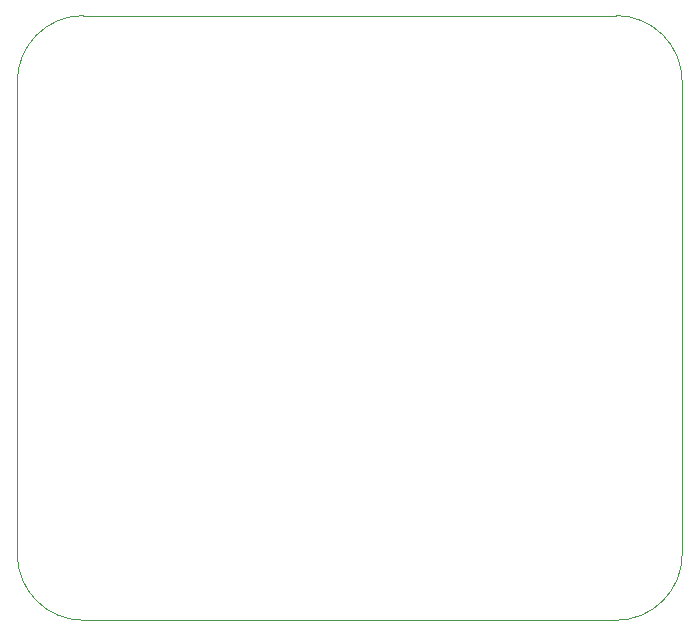
<source format=gbr>
%TF.GenerationSoftware,KiCad,Pcbnew,7.0.2*%
%TF.CreationDate,2023-06-03T12:41:16+05:30*%
%TF.ProjectId,STM32F4 based PCB,53544d33-3246-4342-9062-617365642050,rev?*%
%TF.SameCoordinates,Original*%
%TF.FileFunction,Profile,NP*%
%FSLAX46Y46*%
G04 Gerber Fmt 4.6, Leading zero omitted, Abs format (unit mm)*
G04 Created by KiCad (PCBNEW 7.0.2) date 2023-06-03 12:41:16*
%MOMM*%
%LPD*%
G01*
G04 APERTURE LIST*
%TA.AperFunction,Profile*%
%ADD10C,0.100000*%
%TD*%
G04 APERTURE END LIST*
D10*
X138700000Y-101800000D02*
G75*
G03*
X144300000Y-96200000I0J5600000D01*
G01*
X138700000Y-101800000D02*
X93600000Y-101800000D01*
X93600000Y-50600000D02*
G75*
G03*
X88000000Y-56200000I0J-5600000D01*
G01*
X88000000Y-96200000D02*
X88000000Y-56200000D01*
X144300000Y-56200000D02*
X144300000Y-96200000D01*
X93600000Y-50600000D02*
X138700000Y-50600000D01*
X88000000Y-96200000D02*
G75*
G03*
X93600000Y-101800000I5600000J0D01*
G01*
X144300000Y-56200000D02*
G75*
G03*
X138700000Y-50600000I-5600000J0D01*
G01*
M02*

</source>
